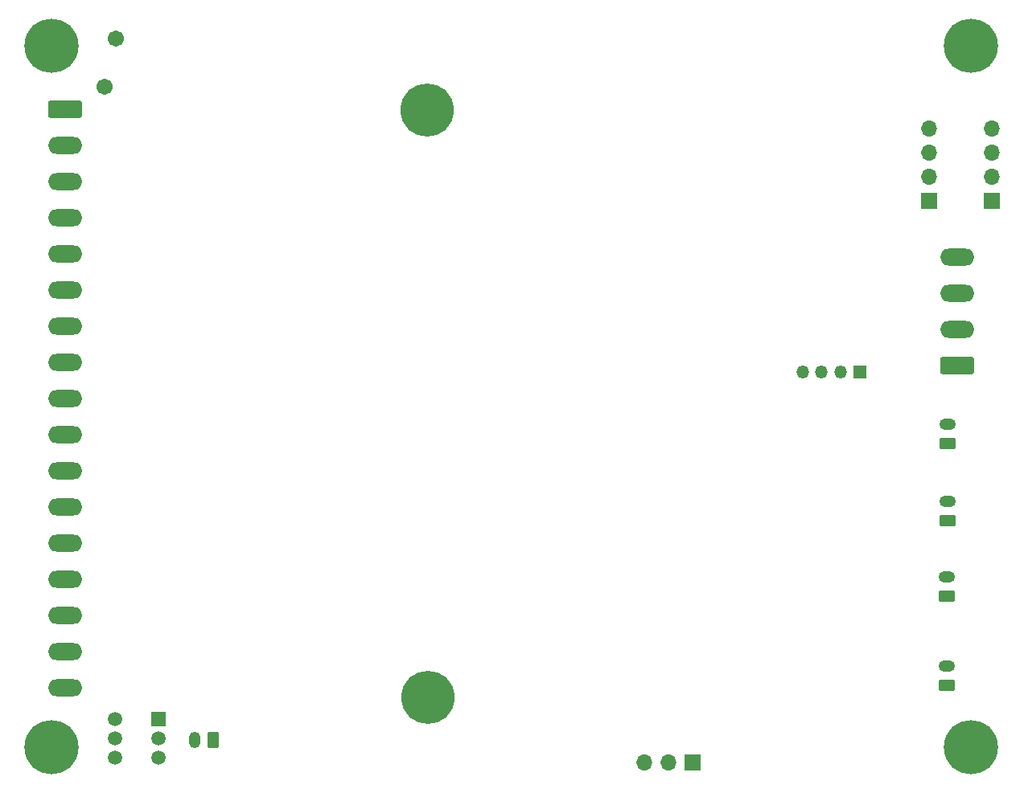
<source format=gbr>
%TF.GenerationSoftware,KiCad,Pcbnew,7.0.7*%
%TF.CreationDate,2024-05-18T15:39:26+02:00*%
%TF.ProjectId,Module_16S,4d6f6475-6c65-45f3-9136-532e6b696361,rev?*%
%TF.SameCoordinates,Original*%
%TF.FileFunction,Soldermask,Bot*%
%TF.FilePolarity,Negative*%
%FSLAX46Y46*%
G04 Gerber Fmt 4.6, Leading zero omitted, Abs format (unit mm)*
G04 Created by KiCad (PCBNEW 7.0.7) date 2024-05-18 15:39:26*
%MOMM*%
%LPD*%
G01*
G04 APERTURE LIST*
G04 Aperture macros list*
%AMRoundRect*
0 Rectangle with rounded corners*
0 $1 Rounding radius*
0 $2 $3 $4 $5 $6 $7 $8 $9 X,Y pos of 4 corners*
0 Add a 4 corners polygon primitive as box body*
4,1,4,$2,$3,$4,$5,$6,$7,$8,$9,$2,$3,0*
0 Add four circle primitives for the rounded corners*
1,1,$1+$1,$2,$3*
1,1,$1+$1,$4,$5*
1,1,$1+$1,$6,$7*
1,1,$1+$1,$8,$9*
0 Add four rect primitives between the rounded corners*
20,1,$1+$1,$2,$3,$4,$5,0*
20,1,$1+$1,$4,$5,$6,$7,0*
20,1,$1+$1,$6,$7,$8,$9,0*
20,1,$1+$1,$8,$9,$2,$3,0*%
G04 Aperture macros list end*
%ADD10RoundRect,0.250000X0.350000X0.625000X-0.350000X0.625000X-0.350000X-0.625000X0.350000X-0.625000X0*%
%ADD11O,1.200000X1.750000*%
%ADD12R,1.350000X1.350000*%
%ADD13O,1.350000X1.350000*%
%ADD14R,1.700000X1.700000*%
%ADD15O,1.700000X1.700000*%
%ADD16C,5.600000*%
%ADD17C,5.700000*%
%ADD18C,1.710000*%
%ADD19RoundRect,0.250000X0.625000X-0.350000X0.625000X0.350000X-0.625000X0.350000X-0.625000X-0.350000X0*%
%ADD20O,1.750000X1.200000*%
%ADD21R,1.500000X1.500000*%
%ADD22C,1.500000*%
%ADD23RoundRect,0.250000X1.550000X-0.650000X1.550000X0.650000X-1.550000X0.650000X-1.550000X-0.650000X0*%
%ADD24O,3.600000X1.800000*%
%ADD25RoundRect,0.250000X-1.550000X0.650000X-1.550000X-0.650000X1.550000X-0.650000X1.550000X0.650000X0*%
G04 APERTURE END LIST*
D10*
%TO.C,J13*%
X17052800Y-73092400D03*
D11*
X15052800Y-73092400D03*
%TD*%
D12*
%TO.C,J4*%
X85056479Y-34329879D03*
D13*
X83056479Y-34329879D03*
X81056479Y-34329879D03*
X79056479Y-34329879D03*
%TD*%
D14*
%TO.C,SW2*%
X67498200Y-75463400D03*
D15*
X64958200Y-75463400D03*
X62418200Y-75463400D03*
%TD*%
D16*
%TO.C,H2*%
X39573200Y-6765700D03*
%TD*%
D17*
%TO.C,H3*%
X0Y0D03*
%TD*%
D18*
%TO.C,F1*%
X5597600Y-4302600D03*
X6797600Y797400D03*
%TD*%
D19*
%TO.C,J3*%
X94211479Y-67359279D03*
D20*
X94211479Y-65359279D03*
%TD*%
D14*
%TO.C,J5*%
X98947879Y-16271400D03*
D15*
X98947879Y-13731400D03*
X98947879Y-11191400D03*
X98947879Y-8651400D03*
%TD*%
D17*
%TO.C,H6*%
X96799400Y-73863200D03*
%TD*%
D16*
%TO.C,H1*%
X39624000Y-68614700D03*
%TD*%
D17*
%TO.C,H4*%
X0Y-73863200D03*
%TD*%
D19*
%TO.C,J6*%
X94298600Y-49971200D03*
D20*
X94298600Y-47971200D03*
%TD*%
D17*
%TO.C,H5*%
X96799400Y0D03*
%TD*%
D21*
%TO.C,SW1*%
X11298200Y-70934300D03*
D22*
X11298200Y-72966300D03*
X11298200Y-74998300D03*
X6726200Y-70934300D03*
X6726200Y-72966300D03*
X6726200Y-74998300D03*
%TD*%
D14*
%TO.C,J8*%
X92405600Y-16296800D03*
D15*
X92405600Y-13756800D03*
X92405600Y-11216800D03*
X92405600Y-8676800D03*
%TD*%
D23*
%TO.C,J9*%
X95351600Y-33655000D03*
D24*
X95351600Y-29845000D03*
X95351600Y-26035000D03*
X95351600Y-22225000D03*
%TD*%
D25*
%TO.C,J1*%
X1408500Y-6680200D03*
D24*
X1408500Y-10490200D03*
X1408500Y-14300200D03*
X1408500Y-18110200D03*
X1408500Y-21920200D03*
X1408500Y-25730200D03*
X1408500Y-29540200D03*
X1408500Y-33350200D03*
X1408500Y-37160200D03*
X1408500Y-40970200D03*
X1408500Y-44780200D03*
X1408500Y-48590200D03*
X1408500Y-52400200D03*
X1408500Y-56210200D03*
X1408500Y-60020200D03*
X1408500Y-63830200D03*
X1408500Y-67640200D03*
%TD*%
D19*
%TO.C,J10*%
X94349400Y-41843200D03*
D20*
X94349400Y-39843200D03*
%TD*%
D19*
%TO.C,J7*%
X94236879Y-57961279D03*
D20*
X94236879Y-55961279D03*
%TD*%
M02*

</source>
